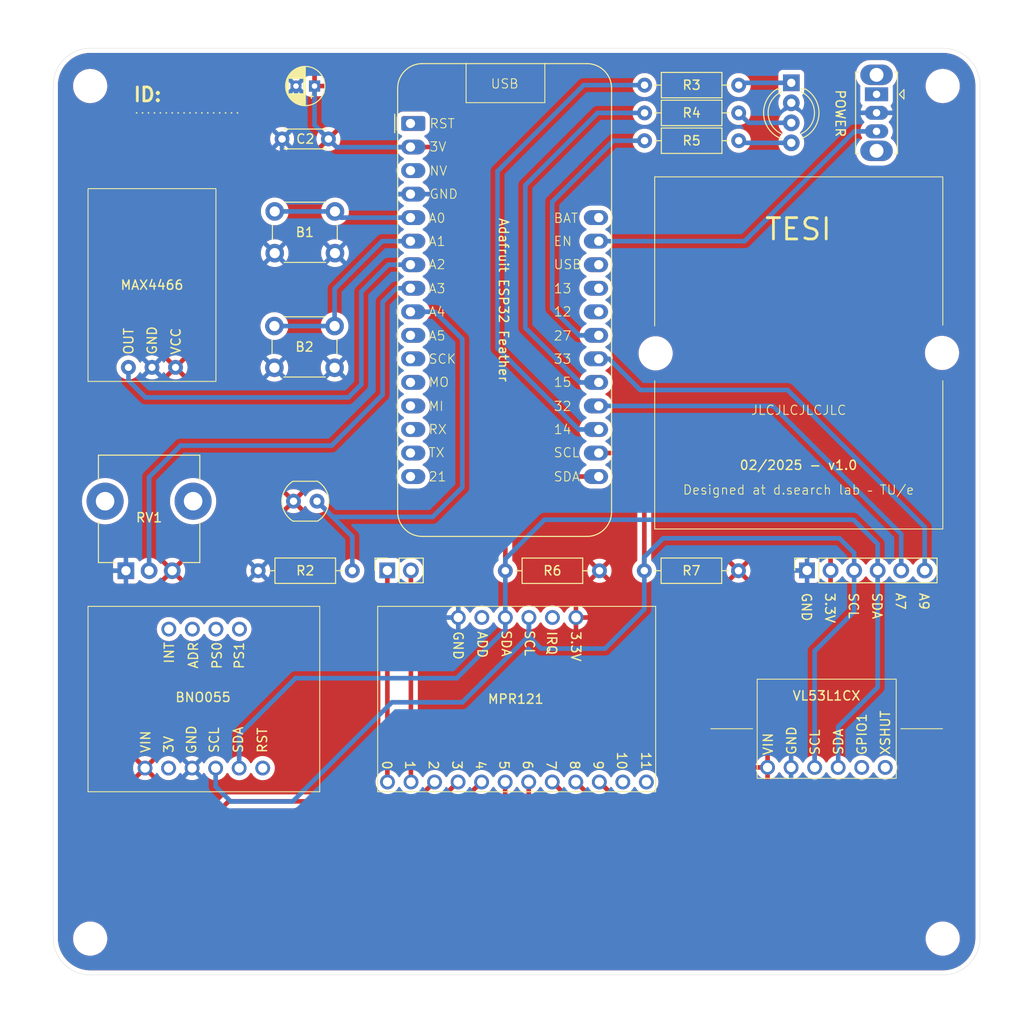
<source format=kicad_pcb>
(kicad_pcb (version 20240108) (generator "pcbnew") (generator_version "8.0")
  (layers (0 "F.Cu" signal) (31 "B.Cu" signal) (34 "B.Paste" user) (35 "F.Paste" user) (36 "B.SilkS" user "B.Silkscreen") (37 "F.SilkS" user "F.Silkscreen") (38 "B.Mask" user) (39 "F.Mask" user) (44 "Edge.Cuts" user))
  (net 0 "")
  (net 1 "Net-(A1-A8{slash}IO15)")
  (net 2 "Net-(A1-I39{slash}A3)")
  (net 6 "Net-(A1-A7{slash}IO32)")
  (net 8 "Net-(A1-EN)")
  (net 10 "+3.3V")
  (net 11 "Net-(A1-A9{slash}IO33)")
  (net 12 "Net-(A1-A6{slash}IO14)")
  (net 14 "Net-(A1-IO36{slash}A4)")
  (net 18 "Net-(A1-A10{slash}IO27)")
  (net 19 "Net-(D1-RK)")
  (net 20 "Net-(D1-BK)")
  (net 21 "SDA")
  (net 22 "SCL")
  (net 23 "Net-(D1-GK)")
  (net 24 "GND")
  (net 27 "Net-(A1-I34{slash}A2)")
  (net 29 "Net-(U3-ELE2)")
  (net 30 "Net-(U3-ELE3)")
  (net 31 "Net-(U3-LED0{slash}ELE4)")
  (net 32 "Net-(U3-LED1{slash}ELE5)")
  (net 33 "Net-(U3-LED2{slash}ELE6)")
  (net 34 "Net-(U3-LED3{slash}ELE7)")
  (net 42 "Net-(U3-LED4{slash}ELE8)")
  (net 43 "Net-(U3-LED5{slash}ELE9)")
  (net 46 "Net-(A1-DAC1{slash}A1)")
  (net 47 "Net-(A1-DAC2{slash}A0)")
  (net 53 "Net-(J1-Pin_1)")
  (net 54 "Net-(J1-Pin_2)")
  (footprint "Resistor_THT:R_Axial_DIN0207_L6.3mm_D2.5mm_P10.16mm_Horizontal" (layer "F.Cu") (at 124.625504 40.1 180)
    (property "Reference" "R4" (at 5.08 0 180) (layer "F.SilkS"))
    (property "Value" "220Ω")
    (pad "1" thru_hole circle (at 0 0 180) (size 1.6 1.6) (drill 0.8) (layers "*.Cu" "*.Mask") (net 23 "Net-(D1-GK)"))
    (pad "2" thru_hole oval (at 10.16 0 180) (size 1.6 1.6) (drill 0.8) (layers "*.Cu" "*.Mask") (net 1 "Net-(A1-A8{slash}IO15)"))
  )
  (footprint "tesi:Adafruit ESP32 Feather" (layer "F.Cu") (at 89.203759 41.240485)
    (property "Reference" "A1" (hide yes))
    (property "Value" "Adafruit Feather HUZZAH32" (hide yes))
    (fp_text user "27" (at 15.4 23.5 0) (layer "F.SilkS") (effects (font (thickness 0.1)) (justify left bottom)))
    (fp_text user "A3" (at 1.9 18.4 0) (layer "F.SilkS") (effects (font (thickness 0.1)) (justify left bottom)))
    (fp_text user "NV" (at 2 5.7 0) (layer "F.SilkS") (effects (font (thickness 0.1)) (justify left bottom)))
    (fp_text user "SDA" (at 15.4 38.7 0) (layer "F.SilkS") (effects (font (thickness 0.1)) (justify left bottom)))
    (fp_text user "21" (at 1.9 38.7 0) (layer "F.SilkS") (effects (font (thickness 0.1)) (justify left bottom)))
    (fp_text user "15" (at 15.4 28.5 0) (layer "F.SilkS") (effects (font (thickness 0.1)) (justify left bottom)))
    (fp_text user "A1" (at 1.9 13.3 0) (layer "F.SilkS") (effects (font (thickness 0.1)) (justify left bottom)))
    (fp_text user "MI" (at 1.9 31.1 0) (layer "F.SilkS") (effects (font (thickness 0.1)) (justify left bottom)))
    (fp_text user "RX" (at 1.9 33.6 0) (layer "F.SilkS") (effects (font (thickness 0.1)) (justify left bottom)))
    (fp_text user "A0" (at 1.9 10.8 0) (layer "F.SilkS") (effects (font (thickness 0.1)) (justify left bottom)))
    (fp_text user "BAT" (at 15.4 10.8 0) (layer "F.SilkS") (effects (font (thickness 0.1)) (justify left bottom)))
    (fp_text user "A2" (at 1.9 15.8 0) (layer "F.SilkS") (effects (font (thickness 0.1)) (justify left bottom)))
    (fp_text user "14" (at 15.4 33.6 0) (layer "F.SilkS") (effects (font (thickness 0.1)) (justify left bottom)))
    (fp_text user "SCL" (at 15.4 36.1 0) (layer "F.SilkS") (effects (font (thickness 0.1)) (justify left bottom)))
    (fp_text user "MO" (at 1.9 28.5 0) (layer "F.SilkS") (effects (font (thickness 0.1)) (justify left bottom)))
    (fp_text user "3V" (at 2 3.1 0) (layer "F.SilkS") (effects (font (thickness 0.1)) (justify left bottom)))
    (fp_text user "A5" (at 1.9 23.5 0) (layer "F.SilkS") (effects (font (thickness 0.1)) (justify left bottom)))
    (fp_text user "TX" (at 1.9 36.1 0) (layer "F.SilkS") (effects (font (thickness 0.1)) (justify left bottom)))
    (fp_text user "12" (at 15.4 20.9 0) (layer "F.SilkS") (effects (font (thickness 0.1)) (justify left bottom)))
    (fp_text user "RST" (at 2 0.6 0) (layer "F.SilkS") (effects (font (thickness 0.1)) (justify left bottom)))
    (fp_text user "33" (at 15.4 26 0) (layer "F.SilkS") (effects (font (thickness 0.1)) (justify left bottom)))
    (fp_text user "13" (at 15.4 18.4 0) (layer "F.SilkS") (effects (font (thickness 0.1)) (justify left bottom)))
    (fp_text user "A4" (at 1.9 20.9 0) (layer "F.SilkS") (effects (font (thickness 0.1)) (justify left bottom)))
    (fp_text user "SCK" (at 1.9 26 0) (layer "F.SilkS") (effects (font (thickness 0.1)) (justify left bottom)))
    (fp_text user "USB" (at 8.6 -3.7 0) (layer "F.SilkS") (effects (font (thickness 0.1)) (justify left bottom)))
    (fp_text user "USB" (at 15.4 15.8 0) (layer "F.SilkS") (effects (font (thickness 0.1)) (justify left bottom)))
    (fp_text user "GND" (at 2 8.2 0) (layer "F.SilkS") (effects (font (thickness 0.1)) (justify left bottom)))
    (fp_text user "EN" (at 15.4 13.3 0) (layer "F.SilkS") (effects (font (thickness 0.1)) (justify left bottom)))
    (fp_text user "32" (at 15.4 31.1 0) (layer "F.SilkS") (effects (font (thickness 0.1)) (justify left bottom)))
    (pad "1" thru_hole roundrect (at 0 0) (size 2.6 1.6) (drill 1 (offset 0.3 0)) (layers "*.Cu" "*.Mask") (roundrect_rratio 0.15625))
    (pad "2" thru_hole oval (at 0 2.54) (size 2.6 1.6) (drill 1 (offset 0.3 0)) (layers "*.Cu" "*.Mask") (net 10 "+3.3V"))
    (pad "3" thru_hole oval (at 0 5.08) (size 2.6 1.6) (drill 1 (offset 0.3 0)) (layers "*.Cu" "*.Mask"))
    (pad "4" thru_hole oval (at 0 7.62) (size 2.6 1.6) (drill 1 (offset 0.3 0)) (layers "*.Cu" "*.Mask") (net 24 "GND"))
    (pad "5" thru_hole oval (at 0 10.16) (size 2.6 1.6) (drill 1 (offset 0.3 0)) (layers "*.Cu" "*.Mask") (net 47 "Net-(A1-DAC2{slash}A0)"))
    (pad "6" thru_hole oval (at 0 12.7) (size 2.6 1.6) (drill 1 (offset 0.3 0)) (layers "*.Cu" "*.Mask") (net 46 "Net-(A1-DAC1{slash}A1)"))
    (pad "7" thru_hole oval (at 0 15.24) (size 2.6 1.6) (drill 1 (offset 0.3 0)) (layers "*.Cu" "*.Mask") (net 27 "Net-(A1-I34{slash}A2)"))
    (pad "8" thru_hole oval (at 0 17.78) (size 2.6 1.6) (drill 1 (offset 0.3 0)) (layers "*.Cu" "*.Mask") (net 2 "Net-(A1-I39{slash}A3)"))
    (pad "9" thru_hole oval (at 0 20.32) (size 2.6 1.6) (drill 1 (offset 0.3 0)) (layers "*.Cu" "*.Mask") (net 14 "Net-(A1-IO36{slash}A4)"))
    (pad "10" thru_hole oval (at 0 22.86) (size 2.6 1.6) (drill 1 (offset 0.3 0)) (layers "*.Cu" "*.Mask"))
    (pad "11" thru_hole oval (at 0 25.4) (size 2.6 1.6) (drill 1 (offset 0.3 0)) (layers "*.Cu" "*.Mask"))
    (pad "12" thru_hole oval (at 0 27.94) (size 2.6 1.6) (drill 1 (offset 0.3 0)) (layers "*.Cu" "*.Mask"))
    (pad "13" thru_hole oval (at 0 30.48) (size 2.6 1.6) (drill 1 (offset 0.3 0)) (layers "*.Cu" "*.Mask"))
    (pad "14" thru_hole oval (at 0 33.02) (size 2.6 1.6) (drill 1 (offset 0.3 0)) (layers "*.Cu" "*.Mask"))
    (pad "15" thru_hole oval (at 0 35.56) (size 2.6 1.6) (drill 1 (offset 0.3 0)) (layers "*.Cu" "*.Mask"))
    (pad "16" thru_hole oval (at 0 38.1) (size 2.6 1.6) (drill 1 (offset 0.3 0)) (layers "*.Cu" "*.Mask"))
    (pad "17" thru_hole oval (at 20.32 38.1 180) (size 2.6 1.6) (drill 1 (offset 0.3 0)) (layers "*.Cu" "*.Mask") (net 21 "SDA"))
    (pad "18" thru_hole oval (at 20.32 35.56 180) (size 2.6 1.6) (drill 1 (offset 0.3 0)) (layers "*.Cu" "*.Mask") (net 22 "SCL"))
    (pad "19" thru_hole oval (at 20.32 33.02 180) (size 2.6 1.6) (drill 1 (offset 0.3 0)) (layers "*.Cu" "*.Mask") (net 12 "Net-(A1-A6{slash}IO14)"))
    (pad "20" thru_hole oval (at 20.32 30.48 180) (size 2.6 1.6) (drill 1 (offset 0.3 0)) (layers "*.Cu" "*.Mask") (net 6 "Net-(A1-A7{slash}IO32)"))
    (pad "21" thru_hole oval (at 20.32 27.94 180) (size 2.6 1.6) (drill 1 (offset 0.3 0)) (layers "*.Cu" "*.Mask") (net 1 "Net-(A1-A8{slash}IO15)"))
    (pad "22" thru_hole oval (at 20.32 25.4 180) (size 2.6 1.6) (drill 1 (offset 0.3 0)) (layers "*.Cu" "*.Mask") (net 11 "Net-(A1-A9{slash}IO33)"))
    (pad "23" thru_hole oval (at 20.32 22.86 180) (size 2.6 1.6) (drill 1 (offset 0.3 0)) (layers "*.Cu" "*.Mask") (net 18 "Net-(A1-A10{slash}IO27)"))
    (pad "24" thru_hole oval (at 20.32 20.32 180) (size 2.6 1.6) (drill 1 (offset 0.3 0)) (layers "*.Cu" "*.Mask"))
    (pad "25" thru_hole oval (at 20.32 17.78 180) (size 2.6 1.6) (drill 1 (offset 0.3 0)) (layers "*.Cu" "*.Mask"))
    (pad "26" thru_hole oval (at 20.32 15.24 180) (size 2.6 1.6) (drill 1 (offset 0.3 0)) (layers "*.Cu" "*.Mask"))
    (pad "27" thru_hole oval (at 20.32 12.7 180) (size 2.6 1.6) (drill 1 (offset 0.3 0)) (layers "*.Cu" "*.Mask") (net 8 "Net-(A1-EN)"))
    (pad "28" thru_hole oval (at 20.32 10.16 180) (size 2.6 1.6) (drill 1 (offset 0.3 0)) (layers "*.Cu" "*.Mask"))
  )
  (footprint "tesi:TouchPad - 4.0mm" (layer "F.Cu") (at 61.461335 122.498532 180)
    (property "Reference" "TP1" (hide yes))
    (property "Value" "TestPoint")
    (pad "1" smd circle (at 0 0 180) (size 8 8) (layers "F.Cu" "F.Mask") (net 29 "Net-(U3-ELE2)"))
  )
  (footprint "tesi:BNO055" (layer "F.Cu") (at 66.91 103.350485)
    (property "Reference" "U2" (hide yes))
    (property "Value" "BNO055")
    (fp_text user "BNO055" (at -3.16 0.399515 0) (layer "F.SilkS") (effects (justify left bottom)))
    (fp_text user "RST" (at 6.9 5.9 90) (layer "F.SilkS") (effects (justify left bottom)))
    (fp_text user "VIN" (at -5.7 5.9 90) (layer "F.SilkS") (effects (justify left bottom)))
    (fp_text user "ADR" (at -0.55 -3.2 90) (layer "F.SilkS") (effects (justify left bottom)))
    (fp_text user "3V" (at -3.2 5.9 90) (layer "F.SilkS") (effects (justify left bottom)))
    (fp_text user "PS0" (at 2 -3.15 90) (layer "F.SilkS") (effects (justify left bottom)))
    (fp_text user "GND" (at -0.75 6 90) (layer "F.SilkS") (effects (justify left bottom)))
    (fp_text user "INT" (at -3.15 -3.75 90) (layer "F.SilkS") (effects (justify left bottom)))
    (fp_text user "SCL" (at 1.7 5.9 90) (layer "F.SilkS") (effects (justify left bottom)))
    (fp_text user "PS1" (at 4.4 -3.15 90) (layer "F.SilkS") (effects (justify left bottom)))
    (fp_text user "SDA" (at 4.3 5.9 90) (layer "F.SilkS") (effects (justify left bottom)))
    (pad "2" thru_hole circle (at -1.27 7.45) (size 1.6 1.6) (drill 1) (layers "*.Cu" "*.Mask") (net 24 "GND"))
    (pad "3" thru_hole circle (at -6.35 7.45) (size 1.6 1.6) (drill 1) (layers "*.Cu" "*.Mask") (net 10 "+3.3V"))
    (pad "4" thru_hole circle (at -3.81 7.45) (size 1.6 1.6) (drill 1) (layers "*.Cu" "*.Mask"))
    (pad "5" thru_hole circle (at 3.84 -7.55) (size 1.6 1.6) (drill 1) (layers "*.Cu" "*.Mask"))
    (pad "6" thru_hole circle (at 1.3 -7.55) (size 1.6 1.6) (drill 1) (layers "*.Cu" "*.Mask"))
    (pad "11" thru_hole circle (at 6.35 7.45) (size 1.6 1.6) (drill 1) (layers "*.Cu" "*.Mask"))
    (pad "14" thru_hole circle (at -3.78 -7.55) (size 1.6 1.6) (drill 1) (layers "*.Cu" "*.Mask"))
    (pad "17" thru_hole circle (at -1.24 -7.55) (size 1.6 1.6) (drill 1) (layers "*.Cu" "*.Mask"))
    (pad "19" thru_hole circle (at 1.27 7.45) (size 1.6 1.6) (drill 1) (layers "*.Cu" "*.Mask") (net 22 "SCL"))
    (pad "20" thru_hole circle (at 3.81 7.45) (size 1.6 1.6) (drill 1) (layers "*.Cu" "*.Mask") (net 21 "SDA"))
  )
  (footprint "Resistor_THT:R_Axial_DIN0207_L6.3mm_D2.5mm_P10.16mm_Horizontal" (layer "F.Cu") (at 109.6 89.505774 180)
    (property "Reference" "R6" (at 5.08 0 0) (layer "F.SilkS"))
    (property "Value" "4.7K")
    (pad "1" thru_hole circle (at 0 0 180) (size 1.6 1.6) (drill 0.8) (layers "*.Cu" "*.Mask") (net 10 "+3.3V"))
    (pad "2" thru_hole oval (at 10.16 0 180) (size 1.6 1.6) (drill 0.8) (layers "*.Cu" "*.Mask") (net 21 "SDA"))
  )
  (footprint "tesi:MPR121" (layer "F.Cu") (at 100.563759 103.350485)
    (property "Reference" "U3" (hide yes))
    (property "Value" "MPR121" (at 0 0 0) (layer "F.SilkS"))
    (fp_text user "6" (at 0.7 6.55 -90) (layer "F.SilkS") (effects (justify left bottom)))
    (fp_text user "2" (at -9.46 6.55 -90) (layer "F.SilkS") (effects (justify left bottom)))
    (fp_text user "3.3V" (at 5.9 -7.4 -90) (layer "F.SilkS") (effects (justify left bottom)))
    (fp_text user "SCL" (at 0.9 -7.506 -90) (layer "F.SilkS") (effects (justify left bottom)))
    (fp_text user "IRQ" (at 3.3 -7.4 -90) (layer "F.SilkS") (effects (justify left bottom)))
    (fp_text user "GND" (at -6.8 -7.4 -90) (layer "F.SilkS") (effects (justify left bottom)))
    (fp_text user "1" (at -12 6.55 -90) (layer "F.SilkS") (effects (justify left bottom)))
    (fp_text user "ADD" (at -4.2 -7.4 -90) (layer "F.SilkS") (effects (justify left bottom)))
    (fp_text user "5" (at -1.84 6.55 -90) (layer "F.SilkS") (effects (justify left bottom)))
    (fp_text user "4" (at -4.38 6.55 -90) (layer "F.SilkS") (effects (justify left bottom)))
    (fp_text user "9" (at 8.32 6.55 -90) (layer "F.SilkS") (effects (justify left bottom)))
    (fp_text user "7" (at 3.24 6.55 -90) (layer "F.SilkS") (effects (justify left bottom)))
    (fp_text user "SDA" (at -1.6 -7.5 -90) (layer "F.SilkS") (effects (justify left bottom)))
    (fp_text user "3" (at -6.92 6.55 -90) (layer "F.SilkS") (effects (justify left bottom)))
    (fp_text user "10" (at 10.86 5.6 -90) (layer "F.SilkS") (effects (justify left bottom)))
    (fp_text user "0" (at -14.488 6.55 -90) (layer "F.SilkS") (effects (justify left bottom)))
    (fp_text user "8" (at 5.78 6.55 -90) (layer "F.SilkS") (effects (justify left bottom)))
    (fp_text user "11" (at 13.473 5.6 -90) (layer "F.SilkS") (effects (justify left bottom)))
    (pad "1" thru_hole oval (at -6.2 -8.8 270) (size 1.6 1.6) (drill 1) (layers "*.Cu" "*.Mask") (net 24 "GND"))
    (pad "2" thru_hole oval (at -3.66 -8.8 270) (size 1.6 1.6) (drill 1) (layers "*.Cu" "*.Mask"))
    (pad "3" thru_hole oval (at -1.12 -8.8 270) (size 1.6 1.6) (drill 1) (layers "*.Cu" "*.Mask") (net 21 "SDA"))
    (pad "4" thru_hole oval (at 1.42 -8.8 270) (size 1.6 1.6) (drill 1) (layers "*.Cu" "*.Mask") (net 22 "SCL"))
    (pad "5" thru_hole oval (at 3.96 -8.8 270) (size 1.6 1.6) (drill 1) (layers "*.Cu" "*.Mask"))
    (pad "6" thru_hole oval (at 6.5 -8.8 270) (size 1.6 1.6) (drill 1) (layers "*.Cu" "*.Mask") (net 10 "+3.3V"))
    (pad "8" thru_hole oval (at -13.84 8.95 270) (size 1.6 1.6) (drill 1) (layers "*.Cu" "*.Mask") (net 53 "Net-(J1-Pin_1)"))
    (pad "9" thru_hole oval (at -11.3 8.95 270) (size 1.6 1.6) (drill 1) (layers "*.Cu" "*.Mask") (net 54 "Net-(J1-Pin_2)"))
    (pad "10" thru_hole oval (at -8.76 8.95 270) (size 1.6 1.6) (drill 1) (layers "*.Cu" "*.Mask") (net 29 "Net-(U3-ELE2)"))
    (pad "11" thru_hole oval (at -6.22 8.95 270) (size 1.6 1.6) (drill 1) (layers "*.Cu" "*.Mask") (net 30 "Net-(U3-ELE3)"))
    (pad "12" thru_hole oval (at -3.68 8.95 270) (size 1.6 1.6) (drill 1) (layers "*.Cu" "*.Mask") (net 31 "Net-(U3-LED0{slash}ELE4)"))
    (pad "13" thru_hole oval (at -1.14 8.95 270) (size 1.6 1.6) (drill 1) (layers "*.Cu" "*.Mask") (net 32 "Net-(U3-LED1{slash}ELE5)"))
    (pad "14" thru_hole oval (at 1.4 8.95 270) (size 1.6 1.6) (drill 1) (layers "*.Cu" "*.Mask") (net 33 "Net-(U3-LED2{slash}ELE6)"))
    (pad "15" thru_hole oval (at 3.94 8.95 270) (size 1.6 1.6) (drill 1) (layers "*.Cu" "*.Mask") (net 34 "Net-(U3-LED3{slash}ELE7)"))
    (pad "16" thru_hole oval (at 6.48 8.95 270) (size 1.6 1.6) (drill 1) (layers "*.Cu" "*.Mask") (net 42 "Net-(U3-LED4{slash}ELE8)"))
    (pad "17" thru_hole oval (at 9.02 8.95 270) (size 1.6 1.6) (drill 1) (layers "*.Cu" "*.Mask") (net 43 "Net-(U3-LED5{slash}ELE9)"))
    (pad "18" thru_hole oval (at 11.56 8.95 270) (size 1.6 1.6) (drill 1) (layers "*.Cu" "*.Mask"))
    (pad "19" thru_hole oval (at 14.1 8.95 270) (size 1.6 1.6) (drill 1) (layers "*.Cu" "*.Mask"))
  )
  (footprint "OptoDevice:R_LDR_4.9x4.2mm_P2.54mm_Vertical" (layer "F.Cu") (at 79.121879 82 180)
    (property "Reference" "R1" (hide yes))
    (property "Value" "LDR")
    (pad "1" thru_hole circle (at 0 0 180) (size 1.6 1.6) (drill 0.8) (layers "*.Cu" "*.Mask") (net 14 "Net-(A1-IO36{slash}A4)"))
    (pad "2" thru_hole circle (at 2.54 0 180) (size 1.6 1.6) (drill 0.8) (layers "*.Cu" "*.Mask") (net 10 "+3.3V"))
  )
  (footprint "tesi:TouchPad - 4.0mm" (layer "F.Cu") (at 106.318435 122.574832)
    (property "Reference" "TP5" (hide yes))
    (property "Value" "TestPoint")
    (pad "1" smd circle (at 0 0) (size 8 8) (layers "F.Cu" "F.Mask") (net 33 "Net-(U3-LED2{slash}ELE6)"))
  )
  (footprint "Resistor_THT:R_Axial_DIN0207_L6.3mm_D2.5mm_P10.16mm_Horizontal" (layer "F.Cu") (at 124.6 89.5 180)
    (property "Reference" "R7" (at 5.08 0 0) (layer "F.SilkS"))
    (property "Value" "4.7K")
    (pad "1" thru_hole circle (at 0 0 180) (size 1.6 1.6) (drill 0.8) (layers "*.Cu" "*.Mask") (net 10 "+3.3V"))
    (pad "2" thru_hole oval (at 10.16 0 180) (size 1.6 1.6) (drill 0.8) (layers "*.Cu" "*.Mask") (net 22 "SCL"))
  )
  (footprint "tesi:MountingHole_3.2mm_M3" (layer "F.Cu") (at 115.65758 66.042387)
    (property "Reference" "H5" (hide yes))
    (property "Value" "3.2mm - Battery")
    (pad "" np_thru_hole circle (at 0 0) (size 3.2 3.2) (drill 3.2) (layers "*.Cu" "*.Mask"))
  )
  (footprint "tesi:TouchPad - 4.0mm" (layer "F.Cu") (at 128.747035 122.574832)
    (property "Reference" "TP7" (hide yes))
    (property "Value" "TestPoint")
    (pad "1" smd circle (at 0 0) (size 8 8) (layers "F.Cu" "F.Mask") (net 42 "Net-(U3-LED4{slash}ELE8)"))
  )
  (footprint "Resistor_THT:R_Axial_DIN0207_L6.3mm_D2.5mm_P10.16mm_Horizontal" (layer "F.Cu") (at 124.625504 43.1 180)
    (property "Reference" "R5" (at 5.08 0 180) (layer "F.SilkS"))
    (property "Value" "220Ω")
    (pad "1" thru_hole circle (at 0 0 180) (size 1.6 1.6) (drill 0.8) (layers "*.Cu" "*.Mask") (net 20 "Net-(D1-BK)"))
    (pad "2" thru_hole oval (at 10.16 0 180) (size 1.6 1.6) (drill 0.8) (layers "*.Cu" "*.Mask") (net 18 "Net-(A1-A10{slash}IO27)"))
  )
  (footprint "tesi:TouchPad - 4.0mm" (layer "F.Cu") (at 72.675635 122.574832 180)
    (property "Reference" "TP2" (hide yes))
    (property "Value" "TestPoint")
    (pad "1" smd circle (at 0 0 180) (size 8 8) (layers "F.Cu" "F.Mask") (net 30 "Net-(U3-ELE3)"))
  )
  (footprint "tesi:TouchPad - 4.0mm" (layer "F.Cu") (at 117.532735 122.574832)
    (property "Reference" "TP6" (hide yes))
    (property "Value" "TestPoint")
    (pad "1" smd circle (at 0 0) (size 8 8) (layers "F.Cu" "F.Mask") (net 34 "Net-(U3-LED3{slash}ELE7)"))
  )
  (footprint "Connector_PinSocket_2.54mm:PinSocket_1x06_P2.54mm_Vertical" (layer "F.Cu") (at 132 89.475 90)
    (property "Reference" "J2" (hide yes))
    (property "Value" "Conn_01x06_Socket")
    (pad "1" thru_hole rect (at 0 0 90) (size 1.7 1.7) (drill 1) (layers "*.Cu" "*.Mask") (net 24 "GND"))
    (pad "2" thru_hole oval (at 0 2.54 90) (size 1.7 1.7) (drill 1) (layers "*.Cu" "*.Mask") (net 10 "+3.3V"))
    (pad "3" thru_hole oval (at 0 5.08 90) (size 1.7 1.7) (drill 1) (layers "*.Cu" "*.Mask") (net 22 "SCL"))
    (pad "4" thru_hole oval (at 0 7.62 90) (size 1.7 1.7) (drill 1) (layers "*.Cu" "*.Mask") (net 21 "SDA"))
    (pad "5" thru_hole oval (at 0 10.16 90) (size 1.7 1.7) (drill 1) (layers "*.Cu" "*.Mask") (net 6 "Net-(A1-A7{slash}IO32)"))
    (pad "6" thru_hole oval (at 0 12.7 90) (size 1.7 1.7) (drill 1) (layers "*.Cu" "*.Mask") (net 11 "Net-(A1-A9{slash}IO33)"))
  )
  (footprint "tesi:CP_Radial_D4.0mm_P2.00mm" (layer "F.Cu") (at 78.851879 37.198932 180)
    (property "Reference" "C1" (hide yes))
    (property "Value" "C_Polarized")
    (pad "1" thru_hole rect (at 0 0 180) (size 1.2 1.2) (drill 0.6) (layers "*.Cu" "*.Mask") (net 10 "+3.3V"))
    (pad "2" thru_hole circle (at 2 0 180) (size 1.2 1.2) (drill 0.6) (layers "*.Cu" "*.Mask") (net 24 "GND"))
  )
  (footprint "tesi:MAX4466" (layer "F.Cu") (at 61.31 58.675)
    (property "Reference" "U1" (hide yes))
    (property "Value" "MAX4466" (at 0 0 0) (layer "F.SilkS"))
    (fp_text user "VCC" (at 3.17 7.593126 90) (layer "F.SilkS") (effects (justify left bottom)))
    (fp_text user "GND" (at 0.6 7.593126 90) (layer "F.SilkS") (effects (justify left bottom)))
    (fp_text user "OUT" (at -1.93 7.593126 90) (layer "F.SilkS") (effects (justify left bottom)))
    (pad "1" thru_hole circle (at 2.54 8.884311) (size 1.6 1.6) (drill 0.762) (layers "*.Cu" "*.Mask") (net 10 "+3.3V"))
    (pad "2" thru_hole circle (at 0 8.884311) (size 1.6 1.6) (drill 0.762) (layers "*.Cu" "*.Mask") (net 24 "GND"))
    (pad "3" thru_hole circle (at -2.54 8.884311) (size 1.6 1.6) (drill 0.762) (layers "*.Cu" "*.Mask") (net 27 "Net-(A1-I34{slash}A2)"))
  )
  (footprint "LED_THT:LED_D5.0mm-4_RGB_Wide_Pins" (layer "F.Cu") (at 130.3 36.850485 -90)
    (property "Reference" "D1" (hide yes))
    (property "Value" "RGB LED")
    (pad "1" thru_hole rect (at 0 0 270) (size 1.8 1.8) (drill 0.9) (layers "*.Cu" "*.Mask") (net 19 "Net-(D1-RK)"))
    (pad "2" thru_hole circle (at 2.159 0 270) (size 1.8 1.8) (drill 0.9) (layers "*.Cu" "*.Mask") (net 24 "GND"))
    (pad "3" thru_hole circle (at 4.318 0 270) (size 1.8 1.8) (drill 0.9) (layers "*.Cu" "*.Mask") (net 23 "Net-(D1-GK)"))
    (pad "4" thru_hole circle (at 6.477 0 270) (size 1.8 1.8) (drill 0.9) (layers "*.Cu" "*.Mask") (net 20 "Net-(D1-BK)"))
  )
  (footprint "Button_Switch_THT:SW_PUSH_6mm" (layer "F.Cu") (at 81.055544 55.230742 180)
    (property "Reference" "B1" (at 3.25 2.25 0) (layer "F.SilkS"))
    (property "Value" "~" (hide yes))
    (pad "1" thru_hole circle (at 0 0 270) (size 2 2) (drill 1.1) (layers "*.Cu" "*.Mask") (net 24 "GND"))
    (pad "1" thru_hole circle (at 6.5 0 270) (size 2 2) (drill 1.1) (layers "*.Cu" "*.Mask") (net 24 "GND"))
    (pad "2" thru_hole circle (at 0 4.5 270) (size 2 2) (drill 1.1) (layers "*.Cu" "*.Mask") (net 47 "Net-(A1-DAC2{slash}A0)"))
    (pad "2" thru_hole circle (at 6.5 4.5 270) (size 2 2) (drill 1.1) (layers "*.Cu" "*.Mask") (net 47 "Net-(A1-DAC2{slash}A0)"))
  )
  (footprint "tesi:MountingHole_3.2mm_M3" (layer "F.Cu") (at 146.639735 37.198932)
    (property "Reference" "H4" (hide yes))
    (property "Value" "3.2mm")
    (pad "" np_thru_hole circle (at 0 0) (size 3.2 3.2) (drill 3.2) (layers "*.Cu" "*.Mask"))
  )
  (footprint "tesi:MountingHole_3.2mm_M3" (layer "F.Cu") (at 54.639735 37.198932)
    (property "Reference" "H3" (hide yes))
    (property "Value" "3.2mm")
    (pad "" np_thru_hole circle (at 0 0) (size 3.2 3.2) (drill 3.2) (layers "*.Cu" "*.Mask"))
  )
  (footprint "Connector_PinSocket_2.54mm:PinSocket_1x02_P2.54mm_Vertical" (layer "F.Cu") (at 86.71 89.475 90)
    (property "Reference" "J1" (hide yes))
    (property "Value" "Conn_01x02_Socket")
    (pad "1" thru_hole rect (at 0 0 90) (size 1.7 1.7) (drill 1) (layers "*.Cu" "*.Mask") (net 53 "Net-(J1-Pin_1)"))
    (pad "2" thru_hole oval (at 0 2.54 90) (size 1.7 1.7) (drill 1) (layers "*.Cu" "*.Mask") (net 54 "Net-(J1-Pin_2)"))
  )
  (footprint "tesi:Switch" (layer "F.Cu") (at 139.5 38.090485 -90)
    (property "Reference" "SW1" (hide yes))
    (property "Value" "POWER")
    (pad "" thru_hole oval (at -2.1 0 270) (size 2.2 3.5) (drill 1.5) (layers "*.Cu" "*.Mask"))
    (pad "" thru_hole oval (at 6.1 0 270) (size 2.2 3.5) (drill 1.5) (layers "*.Cu" "*.Mask"))
    (pad "1" thru_hole rect (at 0 0 270) (size 1.5 2.5) (drill 0.8) (layers "*.Cu" "*.Mask"))
    (pad "2" thru_hole oval (at 2 0 270) (size 1.5 2.5) (drill 0.8) (layers "*.Cu" "*.Mask") (net 24 "GND"))
    (pad "3" thru_hole oval (at 4 0 270) (size 1.5 2.5) (drill 0.8) (layers "*.Cu" "*.Mask") (net 8 "Net-(A1-EN)"))
  )
  (footprint "tesi:MountingHole_3.2mm_M3" (layer "F.Cu") (at 146.563358 66)
    (property "Reference" "H6" (hide yes))
    (property "Value" "3.2mm - Battery")
    (pad "" np_thru_hole circle (at 0 0) (size 3.2 3.2) (drill 3.2) (layers "*.Cu" "*.Mask"))
  )
  (footprint "tesi:MountingHole_3.2mm_M3" (layer "F.Cu") (at 146.639735 129.198932)
    (property "Reference" "H2" (hide yes))
    (property "Value" "3.2mm")
    (pad "" np_thru_hole circle (at 0 0) (size 3.2 3.2) (drill 3.2) (layers "*.Cu" "*.Mask"))
  )
  (footprint "tesi:VL53L1X" (layer "F.Cu") (at 134.12 106.68)
    (property "Reference" "U4" (hide yes))
    (property "Value" "VL53L1CX" (at -0.017639 -3.68 180) (layer "F.SilkS"))
    (fp_text user "SDA" (at 1.86 2.777696 90) (layer "F.SilkS") (effects (justify left bottom)))
    (fp_text user "VIN" (at -5.73 2.807696 90) (layer "F.SilkS") (effects (justify left bottom)))
    (fp_text user "GPIO1" (at 4.39 2.807696 90) (layer "F.SilkS") (effects (justify left bottom)))
    (fp_text user "GND" (at -3.2 2.777696 90) (layer "F.SilkS") (effects (justify left bottom)))
    (fp_text user "SCL" (at -0.67 2.807696 90) (layer "F.SilkS") (effects (justify left bottom)))
    (fp_text user "XSHUT" (at 6.92 2.777696 90) (layer "F.SilkS") (effects (justify left bottom)))
    (pad "1" thru_hole oval (at -6.38 4.047696 90) (size 1.6 1.6) (drill 1) (layers "*.Cu" "*.Mask") (net 10 "+3.3V"))
    (pad "2" thru_hole oval (at -3.84 4.047696 90) (size 1.6 1.6) (drill 1) (layers "*.Cu" "*.Mask") (net 24 "GND"))
    (pad "3" thru_hole oval (at -1.3 4.047696 90) (size 1.6 1.6) (drill 1) (layers "*.Cu" "*.Mask") (net 22 "SCL"))
    (pad "4" thru_hole oval (at 1.24 4.047696 90) (size 1.6 1.6) (drill 1) (layers "*.Cu" "*.Mask") (net 21 "SDA"))
    (pad "5" thru_hole oval (at 3.78 4.047696 90) (size 1.6 1.6) (drill 1) (layers "*.Cu" "*.Mask"))
    (pad "6" thru_hole oval (at 6.32 4.047696 90) (size 1.6 1.6) (drill 1) (layers "*.Cu" "*.Mask"))
  )
  (footprint "tesi:MountingHole_3.2mm_M3" (layer "F.Cu") (at 54.639735 129.198932)
    (property "Reference" "H1" (hide yes))
    (property "Value" "3.2mm")
    (pad "" np_thru_hole circle (at 0 0) (size 3.2 3.2) (drill 3.2) (layers "*.Cu" "*.Mask"))
  )
  (footprint "Capacitor_THT:C_Disc_D4.3mm_W1.9mm_P5.00mm" (layer "F.Cu") (at 80.351879 42.910485 180)
    (property "Reference" "C2" (at 2.5 0 0) (layer "F.SilkS"))
    (property "Value" "C")
    (pad "1" thru_hole circle (at 0 0 180) (size 1.6 1.6) (drill 0.8) (layers "*.Cu" "*.Mask") (net 10 "+3.3V"))
    (pad "2" thru_hole circle (at 5 0 180) (size 1.6 1.6) (drill 0.8) (layers "*.Cu" "*.Mask") (net 24 "GND"))
  )
  (footprint "Resistor_THT:R_Axial_DIN0207_L6.3mm_D2.5mm_P10.16mm_Horizontal" (layer "F.Cu") (at 72.771879 89.5)
    (property "Reference" "R2" (at 5.08 0 0) (layer "F.SilkS"))
    (property "Value" "10K")
    (pad "1" thru_hole circle (at 0 0) (size 1.6 1.6) (drill 0.8) (layers "*.Cu" "*.Mask") (net 24 "GND"))
    (pad "2" thru_hole oval (at 10.16 0) (size 1.6 1.6) (drill 0.8) (layers "*.Cu" "*.Mask") (net 14 "Net-(A1-IO36{slash}A4)"))
  )
  (footprint "tesi:TouchPad - 4.0mm" (layer "F.Cu") (at 83.889935 122.574832 180)
    (property "Reference" "TP3" (hide yes))
    (property "Value" "TestPoint")
    (pad "1" smd circle (at 0 0 180) (size 8 8) (layers "F.Cu" "F.Mask") (net 31 "Net-(U3-LED0{slash}ELE4)"))
  )
  (footprint "Resistor_THT:R_Axial_DIN0207_L6.3mm_D2.5mm_P10.16mm_Horizontal" (layer "F.Cu") (at 124.625504 37.1 180)
    (property "Reference" "R3" (at 5.08 0 180) (layer "F.SilkS"))
    (property "Value" "220Ω")
    (pad "1" thru_hole circle (at 0 0 180) (size 1.6 1.6) (drill 0.8) (layers "*.Cu" "*.Mask") (net 19 "Net-(D1-RK)"))
    (pad "2" thru_hole oval (at 10.16 0 180) (size 1.6 1.6) (drill 0.8) (layers "*.Cu" "*.Mask") (net 12 "Net-(A1-A6{slash}IO14)"))
  )
  (footprint "Button_Switch_THT:SW_PUSH_6mm" (layer "F.Cu") (at 81.019506 67.6 180)
    (property "Reference" "B2" (at 3.25 2.25 0) (layer "F.SilkS"))
    (property "Value" "~")
    (pad "1" thru_hole circle (at 0 0 270) (size 2 2) (drill 1.1) (layers "*.Cu" "*.Mask") (net 24 "GND"))
    (pad "1" thru_hole circle (at 6.5 0 270) (size 2 2) (drill 1.1) (layers "*.Cu" "*.Mask") (net 24 "GND"))
    (pad "2" thru_hole circle (at 0 4.5 270) (size 2 2) (drill 1.1) (layers "*.Cu" "*.Mask") (net 46 "Net-(A1-DAC1{slash}A1)"))
    (pad "2" thru_hole circle (at 6.5 4.5 270) (size 2 2) (drill 1.1) (layers "*.Cu" "*.Mask") (net 46 "Net-(A1-DAC1{slash}A1)"))
  )
  (footprint "tesi:TouchPad - 4.0mm" (layer "F.Cu") (at 95.104235 122.574832 180)
    (property "Reference" "TP4" (hide yes))
    (property "Value" "TestPoint")
    (pad "1" smd circle (at 0 0 180) (size 8 8) (layers "F.Cu" "F.Mask") (net 32 "Net-(U3-LED1{slash}ELE5)"))
  )
  (footprint "Potentiometer_THT:Potentiometer_TT_P0915N" (layer "F.Cu") (at 58.5 89.5)
    (property "Reference" "RV1" (at 2.5 -5.725 0) (layer "F.SilkS"))
    (property "Value" "POT")
    (pad "" thru_hole oval (at -2.25 -7.5) (size 4 4) (drill 2) (layers "*.Cu" "*.Mask"))
    (pad "" thru_hole oval (at 7.25 -7.5) (size 4 4) (drill 2) (layers "*.Cu" "*.Mask"))
    (pad "1" thru_hole rect (at 0 0) (size 1.8 1.8) (drill 1) (layers "*.Cu" "*.Mask") (net 24 "GND"))
    (pad "2" thru_hole circle (at 2.5 0) (size 1.8 1.8) (drill 1) (layers "*.Cu" "*.Mask") (net 2 "Net-(A1-I39{slash}A3)"))
    (pad "3" thru_hole circle (at 5 0) (size 1.8 1.8) (drill 1) (layers "*.Cu" "*.Mask") (net 10 "+3.3V"))
  )
  (footprint "tesi:TouchPad - 4.0mm" (layer "F.Cu") (at 139.961335 122.464432)
    (property "Reference" "TP8" (hide yes))
    (property "Value" "TestPoint")
    (pad "1" smd circle (at 0 0) (size 8 8) (layers "F.Cu" "F.Mask") (net 43 "Net-(U3-LED5{slash}ELE9)"))
  )
  (gr_line (start 70.55 40.1) (end 59.05 40.1) (stroke (width 0.1524) (type dot)) (layer "F.SilkS"))
  (gr_line (start 146.651339 85) (end 146.651339 69) (stroke (width 0.1)) (layer "F.SilkS"))
  (gr_line (start 146.651339 47) (end 146.651339 63) (stroke (width 0.1)) (layer "F.SilkS"))
  (gr_line (start 115.57758 85) (end 146.57758 85) (stroke (width 0.1)) (layer "F.SilkS"))
  (gr_line (start 115.57758 47) (end 146.57758 47) (stroke (width 0.1)) (layer "F.SilkS"))
  (gr_line (start 115.55758 47) (end 115.55758 63.084787) (stroke (width 0.1)) (layer "F.SilkS"))
  (gr_line (start 115.55758 85) (end 115.55758 69) (stroke (width 0.1)) (layer "F.SilkS"))
  (gr_line (start 50.661335 129.123932) (end 50.661335 37.123932) (stroke (width 0.0381)) (layer "Edge.Cuts"))
  (gr_line (start 54.661335 33.123932) (end 146.661335 33.123932) (stroke (width 0.0381)) (layer "Edge.Cuts"))
  (gr_arc (start 146.661335 33.123932) (mid 149.489751 34.295515) (end 150.661335 37.123932) (stroke (width 0.0381)) (layer "Edge.Cuts"))
  (gr_line (start 146.661335 133.123932) (end 54.661335 133.123932) (stroke (width 0.0381)) (layer "Edge.Cuts"))
  (gr_arc (start 50.661335 37.123932) (mid 51.8329 34.2955) (end 54.661335 33.123932) (stroke (width 0.0381)) (layer "Edge.Cuts"))
  (gr_line (start 150.661335 37.123932) (end 150.661335 129.123932) (stroke (width 0.0381)) (layer "Edge.Cuts"))
  (gr_arc (start 150.661335 129.123932) (mid 149.489741 131.952328) (end 146.661335 133.123932) (stroke (width 0.0381)) (layer "Edge.Cuts"))
  (gr_arc (start 54.661335 133.123932) (mid 51.832897 131.952369) (end 50.661335 129.123932) (stroke (width 0.0381)) (layer "Edge.Cuts"))
  (gr_text "A7" (at 141.495 91.8 270) (layer "F.SilkS") (effects (font (size 1 1)) (justify left bottom)))
  (gr_text "GND" (at 131.355 91.8 270) (layer "F.SilkS") (effects (font (size 1 1)) (justify left bottom)))
  (gr_text "02/2025 - v1.0" (at 131.07758 78.7 0) (layer "F.SilkS") (effects (font (size 1 1)) (justify bottom)))
  (gr_text "SDA" (at 138.96 91.8 270) (layer "F.SilkS") (effects (font (size 1 1)) (justify left bottom)))
  (gr_text "A9" (at 144.03 91.8 270) (layer "F.SilkS") (effects (font (size 1 1)) (justify left bottom)))
  (gr_text "3.3V" (at 133.89 91.8 270) (layer "F.SilkS") (effects (font (size 1 1)) (justify left bottom)))
  (gr_text "Designed at d.search lab – TU/e" (at 131.07758 81.36571 0) (layer "F.SilkS") (effects (font (size 1 1) (thickness 0.1)) (justify bottom)))
  (gr_text "POWER" (at 135 37.5 270) (layer "F.SilkS") (effects (font (size 1 1)) (justify left bottom)))
  (gr_text "JLCJLCJLCJLC" (at 125.884722 72.76 0) (layer "F.SilkS") (effects (font (size 1 1) (thickness 0.1)) (justify left bottom)))
  (gr_text "TESI" (at 127.298057 53.997402 0) (layer "F.SilkS") (effects (font (size 2.3 2.3) (thickness 0.3)) (justify left bottom)))
  (gr_text "Adafruit ESP32 Feather" (at 99.256259 60.290485 270) (layer "F.SilkS") (effects (font (size 1 1))))
  (gr_text "ID:" (at 59.172402 39 0) (layer "F.SilkS") (effects (font (size 1.5 1.5) (thickness 0.3) (bold yes)) (justify left bottom)))
  (gr_text "SCL" (at 136.425 91.8 270) (layer "F.SilkS") (effects (font (size 1 1)) (justify left bottom)))
  (segment (start 101.6 63.3) (end 107.480485 69.180485) (width 0.5) (layer "B.Cu") (net 1))
  (segment (start 101.6 47.9) (end 101.6 63.3) (width 0.5) (layer "B.Cu") (net 1))
  (segment (start 114.465504 40.1) (end 109.4 40.1) (width 0.5) (layer "B.Cu") (net 1))
  (segment (start 107.480485 69.180485) (end 109.523759 69.180485) (width 0.5) (layer "B.Cu") (net 1))
  (segment (start 109.4 40.1) (end 101.6 47.9) (width 0.5) (layer "B.Cu") (net 1))
  (segment (start 86.2 60.5) (end 87.679515 59.020485) (width 0.5) (layer "B.Cu") (net 2))
  (segment (start 61 89.5) (end 61 79.4) (width 0.5) (layer "B.Cu") (net 2))
  (segment (start 61 79.4) (end 64.4 76) (width 0.5) (layer "B.Cu") (net 2))
  (segment (start 80.7 76) (end 86.2 70.5) (width 0.5) (layer "B.Cu") (net 2))
  (segment (start 86.2 70.5) (end 86.2 60.5) (width 0.5) (layer "B.Cu") (net 2))
  (segment (start 64.4 76) (end 80.7 76) (width 0.5) (layer "B.Cu") (net 2))
  (segment (start 87.679515 59.020485) (end 89.203759 59.020485) (width 0.5) (layer "B.Cu") (net 2))
  (segment (start 142.16 89.475) (end 142.16 85.56) (width 0.5) (layer "B.Cu") (net 6))
  (segment (start 142.16 85.56) (end 128.320485 71.720485) (width 0.5) (layer "B.Cu") (net 6))
  (segment (start 128.320485 71.720485) (end 109.523759 71.720485) (width 0.5) (layer "B.Cu") (net 6))
  (segment (start 139.5 42.090485) (end 137.109515 42.090485) (width 0.5) (layer "B.Cu") (net 8))
  (segment (start 137.109515 42.090485) (end 125.259515 53.940485) (width 0.5) (layer "B.Cu") (net 8))
  (segment (start 125.259515 53.940485) (end 109.523759 53.940485) (width 0.5) (layer "B.Cu") (net 8))
  (segment (start 78.851879 37.198932) (end 78.851879 41.410485) (width 0.5) (layer "B.Cu") (net 10))
  (segment (start 80.351879 42.910485) (end 81.241394 43.8) (width 0.5) (layer "B.Cu") (net 10))
  (segment (start 78.851879 41.410485) (end 80.351879 42.910485) (width 0.5) (layer "B.Cu") (net 10))
  (segment (start 81.241394 43.8) (end 89.184244 43.8) (width 0.5) (layer "B.Cu") (net 10))
  (segment (start 89.184244 43.8) (end 89.203759 43.780485) (width 0.5) (layer "B.Cu") (net 10))
  (segment (start 129.9 70) (end 114 70) (width 0.5) (layer "B.Cu") (net 11))
  (segment (start 144.7 84.8) (end 129.9 70) (width 0.5) (layer "B.Cu") (net 11))
  (segment (start 114 70) (end 110.640485 66.640485) (width 0.5) (layer "B.Cu") (net 11))
  (segment (start 144.7 89.475) (end 144.7 84.8) (width 0.5) (layer "B.Cu") (net 11))
  (segment (start 110.640485 66.640485) (end 109.523759 66.640485) (width 0.5) (layer "B.Cu") (net 11))
  (segment (start 107.9 37.1) (end 98.6 46.4) (width 0.5) (layer "B.Cu") (net 12))
  (segment (start 107.360485 74.260485) (end 109.523759 74.260485) (width 0.5) (layer "B.Cu") (net 12))
  (segment (start 98.6 65.5) (end 107.360485 74.260485) (width 0.5) (layer "B.Cu") (net 12))
  (segment (start 114.465504 37.1) (end 107.9 37.1) (width 0.5) (layer "B.Cu") (net 12))
  (segment (start 98.6 46.4) (end 98.6 65.5) (width 0.5) (layer "B.Cu") (net 12))
  (segment (start 91.860485 61.560485) (end 89.203759 61.560485) (width 0.5) (layer "B.Cu") (net 14))
  (segment (start 94.8 80.5) (end 94.8 64.5) (width 0.5) (layer "B.Cu") (net 14))
  (segment (start 91.6 83.7) (end 94.8 80.5) (width 0.5) (layer "B.Cu") (net 14))
  (segment (start 82.931879 85.81) (end 79.121879 82) (width 0.5) (layer "B.Cu") (net 14))
  (segment (start 80.821879 83.7) (end 91.6 83.7) (width 0.5) (layer "B.Cu") (net 14))
  (segment (start 79.121879 82) (end 80.821879 83.7) (width 0.5) (layer "B.Cu") (net 14))
  (segment (start 82.931879 89.5) (end 82.931879 85.81) (width 0.5) (layer "B.Cu") (net 14))
  (segment (start 94.8 64.5) (end 91.860485 61.560485) (width 0.5) (layer "B.Cu") (net 14))
  (segment (start 114.465504 43.1) (end 111.1 43.1) (width 0.5) (layer "B.Cu") (net 18))
  (segment (start 104.5 61.2) (end 107.400485 64.100485) (width 0.5) (layer "B.Cu") (net 18))
  (segment (start 111.1 43.1) (end 104.5 49.7) (width 0.5) (layer "B.Cu") (net 18))
  (segment (start 104.5 49.7) (end 104.5 61.2) (width 0.5) (layer "B.Cu") (net 18))
  (segment (start 107.400485 64.100485) (end 109.523759 64.100485) (width 0.5) (layer "B.Cu") (net 18))
  (segment (start 125.045504 36.850485) (end 124.625504 37.270485) (width 0.5) (layer "B.Cu") (net 19))
  (segment (start 130.3 36.850485) (end 124.875019 36.850485) (width 0.5) (layer "B.Cu") (net 19))
  (segment (start 124.875019 36.850485) (end 124.625504 37.1) (width 0.5) (layer "B.Cu") (net 19))
  (segment (start 125.017 43.327485) (end 124.6 42.910485) (width 0.5) (layer "B.Cu") (net 20))
  (segment (start 124.852989 43.327485) (end 124.625504 43.1) (width 0.5) (layer "B.Cu") (net 20))
  (segment (start 130.3 43.327485) (end 124.852989 43.327485) (width 0.5) (layer "B.Cu") (net 20))
  (segment (start 102.659515 79.340485) (end 109.523759 79.340485) (width 0.5) (layer "F.Cu") (net 21))
  (segment (start 99.44 89.505774) (end 99.44 82.56) (width 0.5) (layer "F.Cu") (net 21))
  (segment (start 99.44 82.56) (end 102.659515 79.340485) (width 0.5) (layer "F.Cu") (net 21))
  (segment (start 70.72 107.18) (end 70.72 110.7) (width 0.5) (layer "B.Cu") (net 21))
  (segment (start 103.677479 84) (end 99.44 88.237479) (width 0.5) (layer "B.Cu") (net 21))
  (segment (start 135.36 110.727696) (end 135.36 106.34) (width 0.5) (layer "B.Cu") (net 21))
  (segment (start 99.44 88.237479) (end 99.44 89.505774) (width 0.5) (layer "B.Cu") (net 21))
  (segment (start 99.443759 94.550485) (end 99.443759 95.856241) (width 0.5) (layer "B.Cu") (net 21))
  (segment (start 99.443759 95.856241) (end 94.2 101.1) (width 0.5) (layer "B.Cu") (net 21))
  (segment (start 139.62 86.62) (end 137 84) (width 0.5) (layer "B.Cu") (net 21))
  (segment (start 94.2 101.1) (end 76.8 101.1) (width 0.5) (layer "B.Cu") (net 21))
  (segment (start 99.44 94.546726) (end 99.443759 94.550485) (width 0.5) (layer "B.Cu") (net 21))
  (segment (start 139.62 102.08) (end 139.62 89.475) (width 0.5) (layer "B.Cu") (net 21))
  (segment (start 76.8 101.1) (end 70.72 107.18) (width 0.5) (layer "B.Cu") (net 21))
  (segment (start 137 84) (end 103.677479 84) (width 0.5) (layer "B.Cu") (net 21))
  (segment (start 99.44 89.505774) (end 99.44 94.546726) (width 0.5) (layer "B.Cu") (net 21))
  (segment (start 139.62 89.475) (end 139.62 86.62) (width 0.5) (layer "B.Cu") (net 21))
  (segment (start 135.36 106.34) (end 139.62 102.08) (width 0.5) (layer "B.Cu") (net 21))
  (segment (start 114.44 89.5) (end 114.44 79.84) (width 0.5) (layer "F.Cu") (net 22))
  (segment (start 114.44 79.84) (end 111.400485 76.800485) (width 0.5) (layer "F.Cu") (net 22))
  (segment (start 111.400485 76.800485) (end 109.523759 76.800485) (width 0.5) (layer "F.Cu") (net 22))
  (segment (start 68.18 110.7) (end 68.18 112.78) (width 0.5) (layer "B.Cu") (net 22))
  (segment (start 101.983759 96.516241) (end 101.983759 94.550485) (width 0.5) (layer "B.Cu") (net 22))
  (segment (start 76.5 114.4) (end 87.2 103.7) (width 0.5) (layer "B.Cu") (net 22))
  (segment (start 137.08 87.58) (end 137.08 89.475) (width 0.5) (layer "B.Cu") (net 22))
  (segment (start 103.3 97.9) (end 101.983759 96.583759) (width 0.5) (layer "B.Cu") (net 22))
  (segment (start 110.2 97.9) (end 103.3 97.9) (width 0.5) (layer "B.Cu") (net 22))
  (segment (start 94.8 103.7) (end 101.983759 96.516241) (width 0.5) (layer "B.Cu") (net 22))
  (segment (start 114.44 89.5) (end 114.44 93.66) (width 0.5) (layer "B.Cu") (net 22))
  (segment (start 114.44 89.5) (end 114.44 88.03) (width 0.5) (layer "B.Cu") (net 22))
  (segment (start 101.983759 96.583759) (end 101.983759 94.550485) (width 0.5) (layer "B.Cu") (net 22))
  (segment (start 69.8 114.4) (end 76.5 114.4) (width 0.5) (layer "B.Cu") (net 22))
  (segment (start 114.44 88.03) (end 116.47 86) (width 0.5) (layer "B.Cu") (net 22))
  (segment (start 68.18 112.78) (end 69.8 114.4) (width 0.5) (layer "B.Cu") (net 22))
  (segment (start 132.82 98.18) (end 137.08 93.92) (width 0.5) (layer "B.Cu") (net 22))
  (segment (start 114.44 93.66) (end 110.2 97.9) (width 0.5) (layer "B.Cu") (net 22))
  (segment (start 135.5 86) (end 137.08 87.58) (width 0.5) (layer "B.Cu") (net 22))
  (segment (start 132.82 110.727696) (end 132.82 98.18) (width 0.5) (layer "B.Cu") (net 22))
  (segment (start 137.08 93.92) (end 137.08 89.475) (width 0.5) (layer "B.Cu") (net 22))
  (segment (start 87.2 103.7) (end 94.8 103.7) (width 0.5) (layer "B.Cu") (net 22))
  (segment (start 116.47 86) (end 135.5 86) (width 0.5) (layer "B.Cu") (net 22))
  (segment (start 125.693989 41.168485) (end 124.625504 40.1) (width 0.5) (layer "B.Cu") (net 23))
  (segment (start 130.3 41.168485) (end 125.693989 41.168485) (width 0.5) (layer "B.Cu") (net 23))
  (segment (start 76.851879 41.410485) (end 75.351879 42.910485) (width 0.5) (layer "B.Cu") (net 24))
  (segment (start 76.851879 37.198932) (end 76.851879 41.410485) (width 0.5) (layer "B.Cu") (net 24))
  (segment (start 85 46.1) (end 87.760485 48.860485) (width 0.5) (layer "B.Cu") (net 24))
  (segment (start 77.4 46.1) (end 85 46.1) (width 0.5) (layer "B.Cu") (net 24))
  (segment (start 87.760485 48.860485) (end 89.203759 48.860485) (width 0.5) (layer "B.Cu") (net 24))
  (segment (start 75.351879 44.051879) (end 77.4 46.1) (width 0.5) (layer "B.Cu") (net 24))
  (segment (start 75.351879 42.910485) (end 75.351879 44.051879) (width 0.5) (layer "B.Cu") (net 24))
  (segment (start 58.77 67.559311) (end 58.77 68.97) (width 0.5) (layer "B.Cu") (net 27))
  (segment (start 82.5 70.8) (end 83.9 69.4) (width 0.5) (layer "B.Cu") (net 27))
  (segment (start 58.77 68.97) (end 60.6 70.8) (width 0.5) (layer "B.Cu") (net 27))
  (segment (start 60.6 70.8) (end 82.5 70.8) (width 0.5) (layer "B.Cu") (net 27))
  (segment (start 83.9 59.4) (end 86.819515 56.480485) (width 0.5) (layer "B.Cu") (net 27))
  (segment (start 83.9 69.4) (end 83.9 59.4) (width 0.5) (layer "B.Cu") (net 27))
  (segment (start 86.819515 56.480485) (end 89.203759 56.480485) (width 0.5) (layer "B.Cu") (net 27))
  (segment (start 69.569382 114.390485) (end 61.461335 122.498532) (width 0.5) (layer "F.Cu") (net 29))
  (segment (start 89.685921 114.390485) (end 69.569382 114.390485) (width 0.5) (layer "F.Cu") (net 29))
  (segment (start 91.803759 112.272647) (end 89.685921 114.390485) (width 0.5) (layer "F.Cu") (net 29))
  (segment (start 94.343759 112.272647) (end 90.125921 116.490485) (width 0.5) (layer "F.Cu") (net 30))
  (segment (start 90.125921 116.490485) (end 78.759982 116.490485) (width 0.5) (layer "F.Cu") (net 30))
  (segment (start 78.759982 116.490485) (end 72.675635 122.574832) (width 0.5) (layer "F.Cu") (net 30))
  (segment (start 96.883759 112.272647) (end 86.581574 122.574832) (width 0.5) (layer "F.Cu") (net 31))
  (segment (start 86.581574 122.574832) (end 83.889935 122.574832) (width 0.5) (layer "F.Cu") (net 31))
  (segment (start 99.423759 118.255308) (end 95.104235 122.574832) (width 0.5) (layer "F.Cu") (net 32))
  (segment (start 99.423759 112.272647) (end 99.423759 118.255308) (width 0.5) (layer "F.Cu") (net 32))
  (segment (start 101.963759 112.272647) (end 101.963759 118.220156) (width 0.5) (layer "F.Cu") (net 33))
  (segment (start 101.963759 118.220156) (end 106.318435 122.574832) (width 0.5) (layer "F.Cu") (net 33))
  (segment (start 114.805944 122.574832) (end 117.532735 122.574832) (width 0.5) (layer "F.Cu") (net 34))
  (segment (start 104.503759 112.272647) (end 114.805944 122.574832) (width 0.5) (layer "F.Cu") (net 34))
  (segment (start 107.043759 112.272647) (end 111.461597 116.690485) (width 0.5) (layer "F.Cu") (net 42))
  (segment (start 111.461597 116.690485) (end 122.862688 116.690485) (width 0.5) (layer "F.Cu") (net 42))
  (segment (start 122.862688 116.690485) (end 128.747035 122.574832) (width 0.5) (layer "F.Cu") (net 42))
  (segment (start 111.701597 114.390485) (end 131.887388 114.390485) (width 0.5) (layer "F.Cu") (net 43))
  (segment (start 109.583759 112.272647) (end 111.701597 114.390485) (width 0.5) (layer "F.Cu") (net 43))
  (segment (start 131.887388 114.390485) (end 139.961335 122.464432) (width 0.5) (layer "F.Cu") (net 43))
  (segment (start 74.519506 63.1) (end 81.019506 63.1) (width 0.5) (layer "B.Cu") (net 46))
  (segment (start 86.159515 53.940485) (end 89.203759 53.940485) (width 0.5) (layer "B.Cu") (net 46))
  (segment (start 81.019506 59.080494) (end 86.159515 53.940485) (width 0.5) (layer "B.Cu") (net 46))
  (segment (start 81.019506 63.1) (end 81.019506 59.080494) (width 0.5) (layer "B.Cu") (net 46))
  (segment (start 81.724802 51.4) (end 89.203274 51.4) (width 0.5) (layer "B.Cu") (net 47))
  (segment (start 89.203274 51.4) (end 89.203759 51.400485) (width 0.5) (layer "B.Cu") (net 47))
  (segment (start 81.055544 50.730742) (end 81.724802 51.4) (width 0.5) (layer "B.Cu") (net 47))
  (segment (start 74.555544 50.730742) (end 81.055544 50.730742) (width 0.5) (layer "B.Cu") (net 47))
  (segment (start 86.71 89.475) (end 86.71 112.286726) (width 0.5) (layer "F.Cu") (net 53))
  (segment (start 86.71 112.286726) (end 86.723759 112.300485) (width 0.5) (layer "F.Cu") (net 53))
  (segment (start 89.25 89.475) (end 89.25 112.286726) (width 0.5) (layer "F.Cu") (net 54))
  (segment (start 89.25 112.286726) (end 89.263759 112.300485) (width 0.5) (layer "F.Cu") (net 54))
  (zone (net 10) (net_name "+3.3V") (layer "F.Cu") (connect_pads (clearance 0.5)) (min_thickness 0.25) (fill yes (thermal_gap 0.5) (thermal_bridge_width 0.5))
    (polygon (pts (xy 44.909735 27.914417) (xy 155.211335 27.914417) (xy 155.211335 137.914417) (xy 45.211335 138.414417)))
  )
  (zone (net 24) (net_name "GND") (layer "B.Cu") (connect_pads (clearance 0.5)) (min_thickness 0.25) (fill yes (thermal_gap 0.5) (thermal_bridge_width 0.5))
    (polygon (pts (xy 46.261335 28.989417) (xy 154.211335 28.989417) (xy 154.211335 136.939417) (xy 46.261335 136.939417)))
  )
)
</source>
